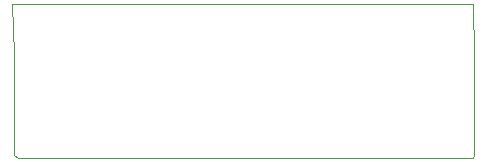
<source format=gbr>
%TF.GenerationSoftware,KiCad,Pcbnew,8.0.2*%
%TF.CreationDate,2025-01-04T01:45:44+01:00*%
%TF.ProjectId,biastee1,62696173-7465-4653-912e-6b696361645f,rev?*%
%TF.SameCoordinates,Original*%
%TF.FileFunction,Profile,NP*%
%FSLAX46Y46*%
G04 Gerber Fmt 4.6, Leading zero omitted, Abs format (unit mm)*
G04 Created by KiCad (PCBNEW 8.0.2) date 2025-01-04 01:45:44*
%MOMM*%
%LPD*%
G01*
G04 APERTURE LIST*
%TA.AperFunction,Profile*%
%ADD10C,0.050000*%
%TD*%
%TA.AperFunction,Profile*%
%ADD11C,0.100000*%
%TD*%
G04 APERTURE END LIST*
D10*
X199000000Y-110500000D02*
X199150000Y-110300000D01*
X160500000Y-110500000D02*
X199000000Y-110500000D01*
X160150000Y-110300000D02*
X160500000Y-110500000D01*
X160000000Y-97500000D02*
X160150000Y-101700000D01*
X199000000Y-97500000D02*
X160000000Y-97500000D01*
X199150000Y-101700000D02*
X199000000Y-97500000D01*
D11*
%TO.C,J1_rf1*%
X199150000Y-110300000D02*
X199150000Y-101700000D01*
%TO.C,J2_rfdc1*%
X160150000Y-101700000D02*
X160150000Y-110300000D01*
%TD*%
M02*

</source>
